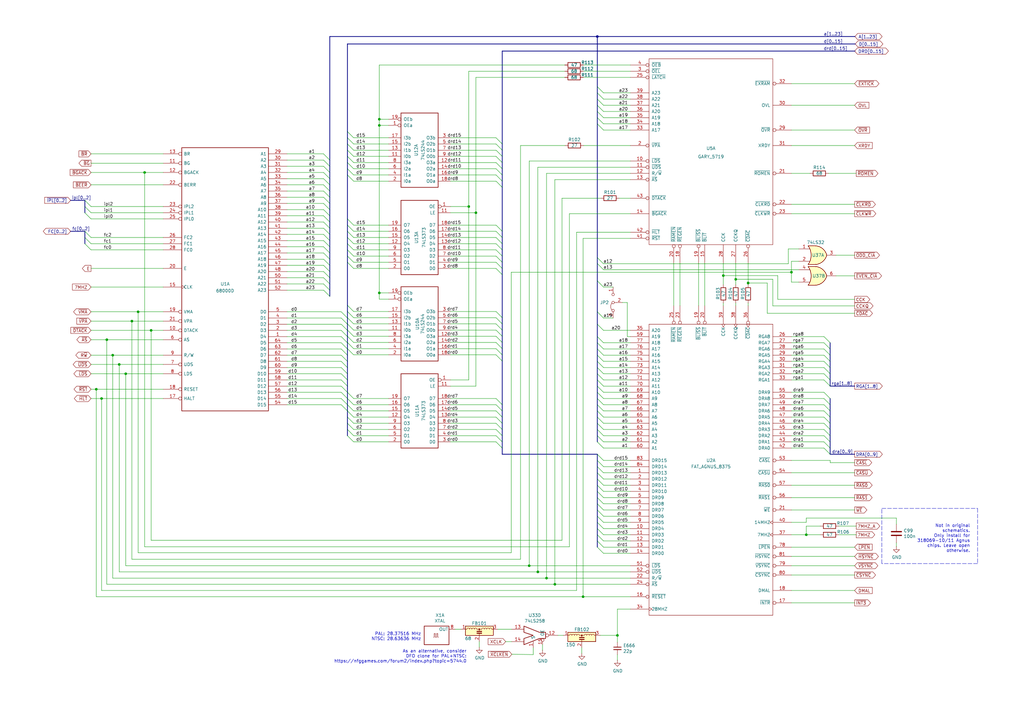
<source format=kicad_sch>
(kicad_sch (version 20250114) (generator "eeschema") (generator_version "9.0")
  (paper "A3")
  (title_block (title "Rämixx500") (date "2019-04-11") (rev "1") (company "SukkoPera") (comment 1 "PROCESSOR AND OTHER USEFUL COMPONENTS") (comment 2 "Derived from Commodore Schematic #312813, Rev. 1 - Sheet 2 of 10") (comment 4 "Licensed under CC BY-NC-SA 4.0"))
  (text "PAL: 28.37516 MHz\nNTSC: 28.63636 MHz" (at 172.72 262.89 0) (effects (font (size 1.27 1.27)) (justify right bottom)))
  (text "As an alternative, consider\nDFO clone for PAL+NTSC:\nhttps://nfggames.com/forum2/index.php?topic=5744.0" (at 191.389 272.034 0) (effects (font (size 1.27 1.27)) (justify right bottom)))
  (text "Not in original\nschematics.\nOnly install for\n318069-10/11 Agnus\nchips. Leave open\notherwise." (at 397.891 226.695 0) (effects (font (size 1.27 1.27)) (justify right bottom)))
  (junction (at 192.278 84.709))
  (junction (at 155.575 51.435))
  (junction (at 195.199 87.249))
  (junction (at 324.612 111.633))
  (junction (at 224.155 237.109))
  (junction (at 61.976 135.509))
  (junction (at 59.309 70.739))
  (junction (at 41.656 163.449))
  (junction (at 239.141 244.729))
  (junction (at 301.752 114.554))
  (junction (at 51.562 153.289))
  (junction (at 46.228 145.669))
  (junction (at 43.815 139.319))
  (junction (at 155.575 120.142))
  (junction (at 220.599 234.569))
  (junction (at 253.238 260.604))
  (junction (at 217.043 232.029))
  (junction (at 306.832 116.078))
  (junction (at 56.642 127.889))
  (junction (at 39.497 159.639))
  (junction (at 244.983 14.986))
  (junction (at 54.102 131.699))
  (junction (at 296.672 113.03))
  (junction (at 48.895 149.479))
  (junction (at 330.708 219.329))
  (junction (at 227.584 239.649))
  (junction (at 155.575 48.895))
  (bus_entry (at 139.954 138.049) (size 2.54 2.54))
  (bus_entry (at 337.947 143.129) (size 2.54 2.54))
  (bus_entry (at 203.454 71.755) (size 2.54 2.54))
  (bus_entry (at 142.494 125.222) (size 2.54 2.54))
  (bus_entry (at 142.494 130.302) (size 2.54 2.54))
  (bus_entry (at 244.983 171.069) (size 2.54 2.54))
  (bus_entry (at 203.454 110.109) (size 2.54 2.54))
  (bus_entry (at 132.715 93.599) (size 2.54 2.54))
  (bus_entry (at 203.454 107.569) (size 2.54 2.54))
  (bus_entry (at 203.454 61.595) (size 2.54 2.54))
  (bus_entry (at 244.983 115.189) (size 2.54 2.54))
  (bus_entry (at 203.454 145.542) (size 2.54 2.54))
  (bus_entry (at 337.947 140.589) (size 2.54 2.54))
  (bus_entry (at 132.715 96.139) (size 2.54 2.54))
  (bus_entry (at 142.494 69.215) (size 2.54 2.54))
  (bus_entry (at 244.983 48.26) (size 2.54 2.54))
  (bus_entry (at 139.954 148.209) (size 2.54 2.54))
  (bus_entry (at 203.454 132.842) (size 2.54 2.54))
  (bus_entry (at 142.494 99.949) (size 2.54 2.54))
  (bus_entry (at 244.983 132.969) (size 2.54 2.54))
  (bus_entry (at 244.983 204.089) (size 2.54 2.54))
  (bus_entry (at 142.494 168.529) (size 2.54 2.54))
  (bus_entry (at 132.715 88.519) (size 2.54 2.54))
  (bus_entry (at 139.954 153.289) (size 2.54 2.54))
  (bus_entry (at 139.954 158.369) (size 2.54 2.54))
  (bus_entry (at 142.494 94.869) (size 2.54 2.54))
  (bus_entry (at 203.454 165.989) (size 2.54 2.54))
  (bus_entry (at 244.983 148.209) (size 2.54 2.54))
  (bus_entry (at 142.494 140.462) (size 2.54 2.54))
  (bus_entry (at 34.798 84.709) (size 2.54 2.54))
  (bus_entry (at 132.715 98.679) (size 2.54 2.54))
  (bus_entry (at 244.983 186.309) (size 2.54 2.54))
  (bus_entry (at 244.983 176.149) (size 2.54 2.54))
  (bus_entry (at 244.983 35.56) (size 2.54 2.54))
  (bus_entry (at 244.983 40.64) (size 2.54 2.54))
  (bus_entry (at 203.454 173.609) (size 2.54 2.54))
  (bus_entry (at 244.983 108.077) (size 2.54 2.54))
  (bus_entry (at 142.494 105.029) (size 2.54 2.54))
  (bus_entry (at 132.715 118.999) (size 2.54 2.54))
  (bus_entry (at 132.715 78.359) (size 2.54 2.54))
  (bus_entry (at 142.494 165.989) (size 2.54 2.54))
  (bus_entry (at 142.494 92.329) (size 2.54 2.54))
  (bus_entry (at 203.454 102.489) (size 2.54 2.54))
  (bus_entry (at 142.494 89.789) (size 2.54 2.54))
  (bus_entry (at 142.494 53.975) (size 2.54 2.54))
  (bus_entry (at 203.454 163.449) (size 2.54 2.54))
  (bus_entry (at 244.983 206.629) (size 2.54 2.54))
  (bus_entry (at 203.454 178.689) (size 2.54 2.54))
  (bus_entry (at 244.983 143.129) (size 2.54 2.54))
  (bus_entry (at 34.798 99.949) (size 2.54 2.54))
  (bus_entry (at 132.715 85.979) (size 2.54 2.54))
  (bus_entry (at 139.954 155.829) (size 2.54 2.54))
  (bus_entry (at 244.983 199.009) (size 2.54 2.54))
  (bus_entry (at 337.947 165.989) (size 2.54 2.54))
  (bus_entry (at 244.983 150.749) (size 2.54 2.54))
  (bus_entry (at 203.454 140.462) (size 2.54 2.54))
  (bus_entry (at 203.454 105.029) (size 2.54 2.54))
  (bus_entry (at 142.494 59.055) (size 2.54 2.54))
  (bus_entry (at 337.947 145.669) (size 2.54 2.54))
  (bus_entry (at 244.983 163.449) (size 2.54 2.54))
  (bus_entry (at 244.983 196.469) (size 2.54 2.54))
  (bus_entry (at 337.947 160.909) (size 2.54 2.54))
  (bus_entry (at 244.983 138.049) (size 2.54 2.54))
  (bus_entry (at 203.454 92.329) (size 2.54 2.54))
  (bus_entry (at 203.454 130.302) (size 2.54 2.54))
  (bus_entry (at 142.494 137.922) (size 2.54 2.54))
  (bus_entry (at 142.494 163.449) (size 2.54 2.54))
  (bus_entry (at 203.454 176.149) (size 2.54 2.54))
  (bus_entry (at 203.454 99.949) (size 2.54 2.54))
  (bus_entry (at 244.983 153.289) (size 2.54 2.54))
  (bus_entry (at 337.947 153.289) (size 2.54 2.54))
  (bus_entry (at 142.494 102.489) (size 2.54 2.54))
  (bus_entry (at 142.494 173.609) (size 2.54 2.54))
  (bus_entry (at 337.947 183.769) (size 2.54 2.54))
  (bus_entry (at 203.454 181.229) (size 2.54 2.54))
  (bus_entry (at 142.494 97.409) (size 2.54 2.54))
  (bus_entry (at 337.947 171.069) (size 2.54 2.54))
  (bus_entry (at 132.715 116.459) (size 2.54 2.54))
  (bus_entry (at 244.983 219.329) (size 2.54 2.54))
  (bus_entry (at 142.494 66.675) (size 2.54 2.54))
  (bus_entry (at 203.454 168.529) (size 2.54 2.54))
  (bus_entry (at 132.715 73.279) (size 2.54 2.54))
  (bus_entry (at 142.494 135.382) (size 2.54 2.54))
  (bus_entry (at 244.983 168.529) (size 2.54 2.54))
  (bus_entry (at 244.983 214.249) (size 2.54 2.54))
  (bus_entry (at 139.954 145.669) (size 2.54 2.54))
  (bus_entry (at 244.983 181.229) (size 2.54 2.54))
  (bus_entry (at 132.715 113.919) (size 2.54 2.54))
  (bus_entry (at 34.798 87.249) (size 2.54 2.54))
  (bus_entry (at 337.947 148.209) (size 2.54 2.54))
  (bus_entry (at 244.983 221.869) (size 2.54 2.54))
  (bus_entry (at 142.494 127.762) (size 2.54 2.54))
  (bus_entry (at 244.983 191.389) (size 2.54 2.54))
  (bus_entry (at 139.954 160.909) (size 2.54 2.54))
  (bus_entry (at 142.494 61.595) (size 2.54 2.54))
  (bus_entry (at 139.954 163.449) (size 2.54 2.54))
  (bus_entry (at 244.983 155.829) (size 2.54 2.54))
  (bus_entry (at 132.715 65.659) (size 2.54 2.54))
  (bus_entry (at 244.983 224.409) (size 2.54 2.54))
  (bus_entry (at 132.715 63.119) (size 2.54 2.54))
  (bus_entry (at 337.947 138.049) (size 2.54 2.54))
  (bus_entry (at 142.494 56.515) (size 2.54 2.54))
  (bus_entry (at 244.983 178.689) (size 2.54 2.54))
  (bus_entry (at 139.954 130.429) (size 2.54 2.54))
  (bus_entry (at 142.494 143.002) (size 2.54 2.54))
  (bus_entry (at 142.494 160.909) (size 2.54 2.54))
  (bus_entry (at 337.947 163.449) (size 2.54 2.54))
  (bus_entry (at 337.947 181.229) (size 2.54 2.54))
  (bus_entry (at 203.454 56.515) (size 2.54 2.54))
  (bus_entry (at 142.494 71.755) (size 2.54 2.54))
  (bus_entry (at 139.954 150.749) (size 2.54 2.54))
  (bus_entry (at 203.454 135.382) (size 2.54 2.54))
  (bus_entry (at 139.954 165.989) (size 2.54 2.54))
  (bus_entry (at 244.983 211.709) (size 2.54 2.54))
  (bus_entry (at 203.454 59.055) (size 2.54 2.54))
  (bus_entry (at 142.494 64.135) (size 2.54 2.54))
  (bus_entry (at 203.454 66.675) (size 2.54 2.54))
  (bus_entry (at 132.715 103.759) (size 2.54 2.54))
  (bus_entry (at 337.947 155.829) (size 2.54 2.54))
  (bus_entry (at 132.715 108.839) (size 2.54 2.54))
  (bus_entry (at 203.454 69.215) (size 2.54 2.54))
  (bus_entry (at 142.494 171.069) (size 2.54 2.54))
  (bus_entry (at 203.454 137.922) (size 2.54 2.54))
  (bus_entry (at 244.983 160.909) (size 2.54 2.54))
  (bus_entry (at 139.954 135.509) (size 2.54 2.54))
  (bus_entry (at 142.494 107.569) (size 2.54 2.54))
  (bus_entry (at 203.454 94.869) (size 2.54 2.54))
  (bus_entry (at 203.454 74.295) (size 2.54 2.54))
  (bus_entry (at 203.454 171.069) (size 2.54 2.54))
  (bus_entry (at 244.983 45.72) (size 2.54 2.54))
  (bus_entry (at 132.715 83.439) (size 2.54 2.54))
  (bus_entry (at 34.798 94.869) (size 2.54 2.54))
  (bus_entry (at 142.494 176.149) (size 2.54 2.54))
  (bus_entry (at 244.983 201.549) (size 2.54 2.54))
  (bus_entry (at 203.454 64.135) (size 2.54 2.54))
  (bus_entry (at 244.983 140.589) (size 2.54 2.54))
  (bus_entry (at 244.983 38.1) (size 2.54 2.54))
  (bus_entry (at 244.983 127.889) (size 2.54 2.54))
  (bus_entry (at 132.715 91.059) (size 2.54 2.54))
  (bus_entry (at 139.954 132.969) (size 2.54 2.54))
  (bus_entry (at 244.983 43.18) (size 2.54 2.54))
  (bus_entry (at 337.947 150.749) (size 2.54 2.54))
  (bus_entry (at 244.983 193.929) (size 2.54 2.54))
  (bus_entry (at 139.954 127.889) (size 2.54 2.54))
  (bus_entry (at 132.715 68.199) (size 2.54 2.54))
  (bus_entry (at 244.983 165.989) (size 2.54 2.54))
  (bus_entry (at 203.454 127.762) (size 2.54 2.54))
  (bus_entry (at 337.947 173.609) (size 2.54 2.54))
  (bus_entry (at 244.983 105.664) (size 2.54 2.54))
  (bus_entry (at 132.715 106.299) (size 2.54 2.54))
  (bus_entry (at 132.715 75.819) (size 2.54 2.54))
  (bus_entry (at 337.947 168.529) (size 2.54 2.54))
  (bus_entry (at 244.983 173.609) (size 2.54 2.54))
  (bus_entry (at 139.954 140.589) (size 2.54 2.54))
  (bus_entry (at 132.715 80.899) (size 2.54 2.54))
  (bus_entry (at 34.798 97.409) (size 2.54 2.54))
  (bus_entry (at 337.947 176.149) (size 2.54 2.54))
  (bus_entry (at 244.983 209.169) (size 2.54 2.54))
  (bus_entry (at 244.983 188.849) (size 2.54 2.54))
  (bus_entry (at 244.983 158.369) (size 2.54 2.54))
  (bus_entry (at 142.494 178.689) (size 2.54 2.54))
  (bus_entry (at 132.715 111.379) (size 2.54 2.54))
  (bus_entry (at 203.454 143.002) (size 2.54 2.54))
  (bus_entry (at 34.798 82.169) (size 2.54 2.54))
  (bus_entry (at 244.983 145.669) (size 2.54 2.54))
  (bus_entry (at 132.715 101.219) (size 2.54 2.54))
  (bus_entry (at 244.983 50.8) (size 2.54 2.54))
  (bus_entry (at 139.954 143.129) (size 2.54 2.54))
  (bus_entry (at 203.454 97.409) (size 2.54 2.54))
  (bus_entry (at 132.715 70.739) (size 2.54 2.54))
  (bus_entry (at 142.494 132.842) (size 2.54 2.54))
  (bus_entry (at 337.947 178.689) (size 2.54 2.54))
  (bus_entry (at 244.983 216.789) (size 2.54 2.54))
  (wire (pts (xy 236.474 95.25) (xy 236.474 242.189)))
  (bus (pts (xy 205.994 130.302) (xy 205.994 132.842)))
  (wire (pts (xy 184.785 127.762) (xy 203.454 127.762)))
  (wire (pts (xy 117.729 150.749) (xy 139.954 150.749)))
  (bus (pts (xy 244.983 14.986) (xy 350.647 14.986)))
  (bus (pts (xy 142.494 137.922) (xy 142.494 138.049)))
  (bus (pts (xy 135.255 68.199) (xy 135.255 70.739)))
  (wire (pts (xy 324.612 53.34) (xy 350.52 53.34)))
  (wire (pts (xy 258.572 171.069) (xy 247.523 171.069)))
  (wire (pts (xy 209.804 258.064) (xy 204.216 258.064)))
  (wire (pts (xy 296.672 124.333) (xy 296.672 125.349)))
  (bus (pts (xy 135.255 118.999) (xy 135.255 121.539)))
  (bus (pts (xy 142.494 69.215) (xy 142.494 71.755)))
  (bus (pts (xy 205.994 71.755) (xy 205.994 74.295)))
  (wire (pts (xy 145.034 94.869) (xy 159.385 94.869)))
  (wire (pts (xy 306.832 124.333) (xy 306.832 125.349)))
  (wire (pts (xy 145.034 74.295) (xy 159.385 74.295)))
  (bus (pts (xy 340.487 176.149) (xy 340.487 178.689)))
  (wire (pts (xy 330.708 214.249) (xy 330.708 212.471)))
  (wire (pts (xy 66.929 159.639) (xy 39.497 159.639)))
  (wire (pts (xy 117.729 75.819) (xy 132.715 75.819)))
  (wire (pts (xy 56.642 127.889) (xy 37.338 127.889)))
  (wire (pts (xy 54.102 229.362) (xy 54.102 131.699)))
  (wire (pts (xy 195.199 31.75) (xy 195.199 87.249)))
  (bus (pts (xy 142.494 176.149) (xy 142.494 178.689)))
  (wire (pts (xy 224.155 237.109) (xy 258.572 237.109)))
  (wire (pts (xy 184.785 165.989) (xy 203.454 165.989)))
  (wire (pts (xy 342.9 104.648) (xy 350.52 104.648)))
  (wire (pts (xy 145.034 181.229) (xy 159.385 181.229)))
  (wire (pts (xy 48.895 234.569) (xy 48.895 149.479)))
  (bus (pts (xy 142.494 61.595) (xy 142.494 64.135)))
  (wire (pts (xy 117.729 148.209) (xy 139.954 148.209)))
  (wire (pts (xy 253.238 263.398) (xy 253.238 260.604)))
  (wire (pts (xy 117.729 83.439) (xy 132.715 83.439)))
  (wire (pts (xy 66.929 102.489) (xy 37.338 102.489)))
  (wire (pts (xy 145.034 102.489) (xy 159.385 102.489)))
  (wire (pts (xy 155.575 120.142) (xy 155.575 51.435)))
  (wire (pts (xy 258.572 148.209) (xy 247.523 148.209)))
  (wire (pts (xy 258.572 153.289) (xy 247.523 153.289)))
  (wire (pts (xy 258.572 209.169) (xy 247.523 209.169)))
  (bus (pts (xy 205.994 145.542) (xy 205.994 148.082)))
  (wire (pts (xy 145.034 173.609) (xy 159.385 173.609)))
  (wire (pts (xy 184.785 143.002) (xy 203.454 143.002)))
  (wire (pts (xy 344.043 215.773) (xy 351.155 215.773)))
  (bus (pts (xy 142.494 130.429) (xy 142.494 132.842)))
  (bus (pts (xy 244.983 176.149) (xy 244.983 178.689)))
  (wire (pts (xy 324.612 145.669) (xy 337.947 145.669)))
  (wire (pts (xy 66.929 163.449) (xy 41.656 163.449)))
  (wire (pts (xy 117.729 153.289) (xy 139.954 153.289)))
  (wire (pts (xy 258.572 193.929) (xy 247.523 193.929)))
  (wire (pts (xy 258.572 176.149) (xy 247.523 176.149)))
  (wire (pts (xy 258.572 188.849) (xy 247.523 188.849)))
  (wire (pts (xy 258.572 211.709) (xy 247.523 211.709)))
  (bus (pts (xy 135.255 108.839) (xy 135.255 111.379)))
  (wire (pts (xy 66.929 135.509) (xy 61.976 135.509)))
  (bus (pts (xy 135.255 80.899) (xy 135.255 83.439)))
  (bus (pts (xy 244.983 188.849) (xy 244.983 191.389)))
  (bus (pts (xy 244.983 155.829) (xy 244.983 158.369)))
  (wire (pts (xy 117.729 78.359) (xy 132.715 78.359)))
  (wire (pts (xy 239.395 59.69) (xy 258.572 59.69)))
  (bus (pts (xy 244.983 153.289) (xy 244.983 155.829)))
  (bus (pts (xy 244.983 148.209) (xy 244.983 150.749)))
  (wire (pts (xy 54.102 131.699) (xy 37.338 131.699)))
  (bus (pts (xy 205.994 140.462) (xy 205.994 143.002)))
  (wire (pts (xy 117.729 116.459) (xy 132.715 116.459)))
  (bus (pts (xy 34.798 82.169) (xy 28.956 82.169)))
  (wire (pts (xy 324.612 199.009) (xy 350.52 199.009)))
  (wire (pts (xy 258.572 168.529) (xy 247.523 168.529)))
  (bus (pts (xy 34.798 82.169) (xy 34.798 84.709)))
  (wire (pts (xy 184.785 145.542) (xy 203.454 145.542)))
  (bus (pts (xy 205.994 110.109) (xy 205.994 112.649)))
  (bus (pts (xy 34.798 94.869) (xy 28.956 94.869)))
  (wire (pts (xy 324.612 178.689) (xy 337.947 178.689)))
  (wire (pts (xy 192.278 29.21) (xy 231.648 29.21)))
  (bus (pts (xy 340.487 150.749) (xy 340.487 153.289)))
  (wire (pts (xy 253.238 260.604) (xy 253.238 249.809)))
  (wire (pts (xy 258.572 206.629) (xy 247.523 206.629)))
  (wire (pts (xy 220.599 234.569) (xy 220.599 68.58)))
  (wire (pts (xy 330.708 212.471) (xy 367.665 212.471)))
  (bus (pts (xy 205.994 176.149) (xy 205.994 178.689)))
  (wire (pts (xy 39.497 159.639) (xy 37.338 159.639)))
  (wire (pts (xy 258.572 160.909) (xy 247.523 160.909)))
  (wire (pts (xy 184.785 97.409) (xy 203.454 97.409)))
  (bus (pts (xy 142.494 148.209) (xy 142.494 150.749)))
  (bus (pts (xy 142.494 18.034) (xy 350.774 18.034)))
  (wire (pts (xy 145.034 64.135) (xy 159.385 64.135)))
  (bus (pts (xy 135.255 93.599) (xy 135.255 96.139)))
  (wire (pts (xy 61.976 221.615) (xy 61.976 135.509)))
  (wire (pts (xy 66.929 145.669) (xy 46.228 145.669)))
  (wire (pts (xy 117.729 132.969) (xy 139.954 132.969)))
  (bus (pts (xy 135.255 65.659) (xy 135.255 68.199)))
  (wire (pts (xy 258.572 219.329) (xy 247.523 219.329)))
  (bus (pts (xy 135.255 83.439) (xy 135.255 85.979)))
  (wire (pts (xy 255.27 124.079) (xy 257.302 124.079)))
  (bus (pts (xy 205.994 112.649) (xy 205.994 130.302)))
  (wire (pts (xy 257.302 124.079) (xy 257.302 138.049)))
  (wire (pts (xy 339.852 71.12) (xy 351.155 71.12)))
  (wire (pts (xy 217.043 232.029) (xy 51.562 232.029)))
  (bus (pts (xy 244.983 40.64) (xy 244.983 43.18)))
  (wire (pts (xy 184.785 178.689) (xy 203.454 178.689)))
  (wire (pts (xy 209.677 226.695) (xy 56.642 226.695)))
  (wire (pts (xy 239.141 97.79) (xy 239.141 244.729)))
  (bus (pts (xy 244.983 43.18) (xy 244.983 45.72)))
  (bus (pts (xy 205.994 165.989) (xy 205.994 168.529)))
  (wire (pts (xy 159.385 48.895) (xy 155.575 48.895)))
  (wire (pts (xy 145.034 69.215) (xy 159.385 69.215)))
  (wire (pts (xy 117.729 163.449) (xy 139.954 163.449)))
  (wire (pts (xy 117.729 88.519) (xy 132.715 88.519)))
  (bus (pts (xy 205.994 66.675) (xy 205.994 69.215)))
  (wire (pts (xy 145.034 56.515) (xy 159.385 56.515)))
  (wire (pts (xy 184.785 74.295) (xy 203.454 74.295)))
  (wire (pts (xy 145.034 137.922) (xy 159.385 137.922)))
  (bus (pts (xy 135.255 70.739) (xy 135.255 73.279)))
  (wire (pts (xy 66.929 117.729) (xy 37.338 117.729)))
  (bus (pts (xy 244.983 168.529) (xy 244.983 171.069)))
  (bus (pts (xy 205.994 20.955) (xy 350.647 20.955)))
  (wire (pts (xy 258.572 45.72) (xy 247.523 45.72)))
  (wire (pts (xy 258.572 145.669) (xy 247.523 145.669)))
  (bus (pts (xy 205.994 102.489) (xy 205.994 105.029)))
  (wire (pts (xy 350.52 189.738) (xy 340.487 189.738)))
  (wire (pts (xy 209.804 263.144) (xy 207.391 263.144)))
  (wire (pts (xy 258.572 38.1) (xy 247.523 38.1)))
  (bus (pts (xy 142.494 127.762) (xy 142.494 130.302)))
  (wire (pts (xy 247.523 130.429) (xy 251.46 130.429)))
  (wire (pts (xy 184.785 94.869) (xy 203.454 94.869)))
  (bus (pts (xy 244.983 221.869) (xy 244.983 224.409)))
  (wire (pts (xy 324.612 242.189) (xy 350.52 242.189)))
  (wire (pts (xy 117.729 143.129) (xy 139.954 143.129)))
  (bus (pts (xy 142.494 107.569) (xy 142.494 125.222)))
  (bus (pts (xy 340.487 158.369) (xy 350.52 158.369)))
  (wire (pts (xy 66.929 84.709) (xy 37.338 84.709)))
  (bus (pts (xy 340.487 171.069) (xy 340.487 173.609)))
  (wire (pts (xy 184.785 173.609) (xy 203.454 173.609)))
  (wire (pts (xy 220.599 68.58) (xy 258.572 68.58)))
  (wire (pts (xy 117.729 145.669) (xy 139.954 145.669)))
  (wire (pts (xy 145.034 140.462) (xy 159.385 140.462)))
  (wire (pts (xy 51.562 232.029) (xy 51.562 153.289)))
  (wire (pts (xy 324.612 214.249) (xy 330.708 214.249)))
  (bus (pts (xy 244.983 199.009) (xy 244.983 201.549)))
  (bus (pts (xy 205.994 168.529) (xy 205.994 171.069)))
  (wire (pts (xy 117.729 135.509) (xy 139.954 135.509)))
  (wire (pts (xy 117.729 93.599) (xy 132.715 93.599)))
  (bus (pts (xy 34.798 94.869) (xy 34.798 97.409)))
  (wire (pts (xy 184.785 137.922) (xy 203.454 137.922)))
  (wire (pts (xy 228.854 260.604) (xy 231.013 260.604)))
  (wire (pts (xy 258.572 48.26) (xy 247.523 48.26)))
  (bus (pts (xy 340.487 173.609) (xy 340.487 176.149)))
  (bus (pts (xy 244.983 14.986) (xy 135.255 14.986)))
  (wire (pts (xy 213.487 229.362) (xy 54.102 229.362)))
  (wire (pts (xy 66.929 63.119) (xy 37.338 63.119)))
  (polyline (pts (xy 400.939 231.14) (xy 361.696 231.14)) (stroke (width 0) (type dash)))
  (wire (pts (xy 324.612 140.589) (xy 337.947 140.589)))
  (bus (pts (xy 142.494 171.069) (xy 142.494 173.609)))
  (wire (pts (xy 258.572 140.589) (xy 247.523 140.589)))
  (bus (pts (xy 142.494 160.909) (xy 142.494 163.449)))
  (wire (pts (xy 184.785 132.842) (xy 203.454 132.842)))
  (bus (pts (xy 340.487 143.129) (xy 340.487 145.669)))
  (wire (pts (xy 296.672 107.95) (xy 296.672 113.03)))
  (bus (pts (xy 142.494 66.675) (xy 142.494 69.215)))
  (wire (pts (xy 213.487 59.69) (xy 231.775 59.69)))
  (bus (pts (xy 135.255 88.519) (xy 135.255 91.059)))
  (wire (pts (xy 258.572 181.229) (xy 247.523 181.229)))
  (wire (pts (xy 301.752 114.554) (xy 316.992 114.554)))
  (bus (pts (xy 244.983 143.129) (xy 244.983 145.669)))
  (wire (pts (xy 324.612 235.839) (xy 350.52 235.839)))
  (bus (pts (xy 244.983 201.549) (xy 244.983 204.089)))
  (bus (pts (xy 205.994 107.569) (xy 205.994 110.109)))
  (wire (pts (xy 117.729 127.889) (xy 139.954 127.889)))
  (bus (pts (xy 340.487 145.669) (xy 340.487 148.209)))
  (wire (pts (xy 324.612 176.149) (xy 337.947 176.149)))
  (wire (pts (xy 117.729 113.919) (xy 132.715 113.919)))
  (wire (pts (xy 145.034 59.055) (xy 159.385 59.055)))
  (bus (pts (xy 244.983 178.689) (xy 244.983 181.229)))
  (wire (pts (xy 184.785 102.489) (xy 203.454 102.489)))
  (wire (pts (xy 184.785 64.135) (xy 203.454 64.135)))
  (wire (pts (xy 247.523 108.204) (xy 323.342 108.204)))
  (bus (pts (xy 244.983 145.669) (xy 244.983 148.209)))
  (bus (pts (xy 244.983 214.249) (xy 244.983 216.789)))
  (wire (pts (xy 258.572 239.649) (xy 227.584 239.649)))
  (wire (pts (xy 324.612 43.18) (xy 350.52 43.18)))
  (wire (pts (xy 258.572 199.009) (xy 247.523 199.009)))
  (wire (pts (xy 258.572 50.8) (xy 247.523 50.8)))
  (bus (pts (xy 244.983 132.969) (xy 244.983 138.049)))
  (wire (pts (xy 145.034 145.542) (xy 159.385 145.542)))
  (wire (pts (xy 184.785 140.462) (xy 203.454 140.462)))
  (polyline (pts (xy 400.939 208.534) (xy 400.939 231.14)) (stroke (width 0) (type dash)))
  (wire (pts (xy 306.832 107.95) (xy 306.832 116.078)))
  (bus (pts (xy 142.494 132.842) (xy 142.494 132.969)))
  (bus (pts (xy 142.494 155.829) (xy 142.494 158.369)))
  (wire (pts (xy 155.575 122.682) (xy 155.575 120.142)))
  (bus (pts (xy 142.494 173.609) (xy 142.494 176.149)))
  (wire (pts (xy 258.572 66.04) (xy 217.043 66.04)))
  (wire (pts (xy 145.034 127.762) (xy 159.385 127.762)))
  (wire (pts (xy 145.034 130.302) (xy 159.385 130.302)))
  (wire (pts (xy 184.785 181.229) (xy 203.454 181.229)))
  (wire (pts (xy 117.729 65.659) (xy 132.715 65.659)))
  (wire (pts (xy 258.572 196.469) (xy 247.523 196.469)))
  (bus (pts (xy 135.255 98.679) (xy 135.255 101.219)))
  (wire (pts (xy 227.584 239.649) (xy 227.584 73.66)))
  (wire (pts (xy 258.572 214.249) (xy 247.523 214.249)))
  (bus (pts (xy 244.983 48.26) (xy 244.983 50.8)))
  (wire (pts (xy 257.302 138.049) (xy 258.572 138.049)))
  (bus (pts (xy 244.983 35.56) (xy 244.983 38.1)))
  (wire (pts (xy 316.992 125.476) (xy 350.52 125.476)))
  (wire (pts (xy 145.034 135.382) (xy 159.385 135.382)))
  (bus (pts (xy 244.983 211.709) (xy 244.983 214.249)))
  (bus (pts (xy 135.255 91.059) (xy 135.255 93.599)))
  (bus (pts (xy 244.983 163.449) (xy 244.983 165.989)))
  (bus (pts (xy 244.983 165.989) (xy 244.983 168.529)))
  (wire (pts (xy 184.785 158.369) (xy 195.199 158.369)))
  (wire (pts (xy 66.929 131.699) (xy 54.102 131.699)))
  (wire (pts (xy 48.895 149.479) (xy 37.338 149.479)))
  (wire (pts (xy 258.572 216.789) (xy 247.523 216.789)))
  (wire (pts (xy 184.785 56.515) (xy 203.454 56.515)))
  (wire (pts (xy 66.929 89.789) (xy 37.338 89.789)))
  (wire (pts (xy 66.929 66.929) (xy 37.338 66.929)))
  (wire (pts (xy 145.034 168.529) (xy 159.385 168.529)))
  (bus (pts (xy 205.994 64.135) (xy 205.994 66.675)))
  (wire (pts (xy 66.929 149.479) (xy 48.895 149.479)))
  (wire (pts (xy 330.708 219.329) (xy 330.708 215.773)))
  (bus (pts (xy 142.494 71.755) (xy 142.494 89.789)))
  (wire (pts (xy 230.505 81.28) (xy 246.38 81.28)))
  (wire (pts (xy 231.648 31.75) (xy 195.199 31.75)))
  (wire (pts (xy 218.694 268.478) (xy 218.694 265.684)))
  (bus (pts (xy 142.494 150.749) (xy 142.494 153.289)))
  (wire (pts (xy 46.228 237.109) (xy 46.228 145.669)))
  (wire (pts (xy 258.572 97.79) (xy 239.141 97.79)))
  (bus (pts (xy 244.983 105.664) (xy 244.983 108.077)))
  (wire (pts (xy 117.729 70.739) (xy 132.715 70.739)))
  (wire (pts (xy 330.708 219.329) (xy 336.423 219.329)))
  (bus (pts (xy 142.494 102.489) (xy 142.494 105.029)))
  (wire (pts (xy 276.352 125.349) (xy 276.352 107.95)))
  (bus (pts (xy 340.487 165.989) (xy 340.487 168.529)))
  (wire (pts (xy 117.729 130.429) (xy 139.954 130.429)))
  (bus (pts (xy 135.255 75.819) (xy 135.255 78.359)))
  (wire (pts (xy 145.034 105.029) (xy 159.385 105.029)))
  (bus (pts (xy 244.983 216.789) (xy 244.983 219.329)))
  (wire (pts (xy 258.572 135.509) (xy 247.523 135.509)))
  (bus (pts (xy 142.494 97.409) (xy 142.494 99.949)))
  (wire (pts (xy 66.929 70.739) (xy 59.309 70.739)))
  (wire (pts (xy 145.034 107.569) (xy 159.385 107.569)))
  (wire (pts (xy 258.572 155.829) (xy 247.523 155.829)))
  (bus (pts (xy 205.994 183.769) (xy 205.994 186.309)))
  (wire (pts (xy 145.034 171.069) (xy 159.385 171.069)))
  (wire (pts (xy 43.815 239.649) (xy 43.815 139.319)))
  (bus (pts (xy 142.494 135.382) (xy 142.494 135.509)))
  (wire (pts (xy 258.572 221.869) (xy 247.523 221.869)))
  (wire (pts (xy 324.612 188.849) (xy 340.487 188.849)))
  (wire (pts (xy 258.572 183.769) (xy 247.523 183.769)))
  (wire (pts (xy 324.612 107.188) (xy 324.612 111.633)))
  (bus (pts (xy 205.994 59.055) (xy 205.994 61.595)))
  (wire (pts (xy 246.253 260.604) (xy 253.238 260.604)))
  (wire (pts (xy 145.034 92.329) (xy 159.385 92.329)))
  (wire (pts (xy 278.892 107.95) (xy 278.892 125.349)))
  (wire (pts (xy 324.612 224.409) (xy 350.52 224.409)))
  (bus (pts (xy 244.983 160.909) (xy 244.983 163.449)))
  (wire (pts (xy 324.612 193.929) (xy 350.52 193.929)))
  (bus (pts (xy 142.494 138.049) (xy 142.494 140.462)))
  (wire (pts (xy 324.612 115.697) (xy 327.66 115.697)))
  (wire (pts (xy 159.385 120.142) (xy 155.575 120.142)))
  (wire (pts (xy 195.199 87.249) (xy 184.785 87.249)))
  (wire (pts (xy 159.385 122.682) (xy 155.575 122.682)))
  (bus (pts (xy 142.494 56.515) (xy 142.494 59.055)))
  (bus (pts (xy 142.494 53.975) (xy 142.494 56.515)))
  (bus (pts (xy 135.255 101.219) (xy 135.255 103.759)))
  (bus (pts (xy 205.994 181.229) (xy 205.994 183.769)))
  (bus (pts (xy 205.994 105.029) (xy 205.994 107.569)))
  (bus (pts (xy 244.983 115.189) (xy 244.983 127.889)))
  (wire (pts (xy 324.612 160.909) (xy 337.947 160.909)))
  (bus (pts (xy 205.994 69.215) (xy 205.994 71.755)))
  (wire (pts (xy 155.575 26.67) (xy 231.648 26.67)))
  (wire (pts (xy 224.155 71.12) (xy 224.155 237.109)))
  (wire (pts (xy 323.342 102.108) (xy 323.342 108.204)))
  (bus (pts (xy 135.255 85.979) (xy 135.255 88.519)))
  (wire (pts (xy 145.034 178.689) (xy 159.385 178.689)))
  (bus (pts (xy 142.494 130.302) (xy 142.494 130.429)))
  (wire (pts (xy 324.612 71.12) (xy 332.232 71.12)))
  (bus (pts (xy 205.994 173.609) (xy 205.994 176.149)))
  (wire (pts (xy 316.992 114.554) (xy 316.992 125.476)))
  (wire (pts (xy 117.729 68.199) (xy 132.715 68.199)))
  (wire (pts (xy 324.612 111.633) (xy 324.612 115.697)))
  (wire (pts (xy 258.572 178.689) (xy 247.523 178.689)))
  (bus (pts (xy 340.487 181.229) (xy 340.487 183.769)))
  (bus (pts (xy 244.983 140.589) (xy 244.983 143.129)))
  (wire (pts (xy 117.729 101.219) (xy 132.715 101.219)))
  (wire (pts (xy 301.752 124.333) (xy 301.752 125.349)))
  (bus (pts (xy 340.487 178.689) (xy 340.487 181.229)))
  (wire (pts (xy 66.929 127.889) (xy 56.642 127.889)))
  (wire (pts (xy 324.612 204.089) (xy 350.52 204.089)))
  (wire (pts (xy 220.599 234.569) (xy 48.895 234.569)))
  (wire (pts (xy 41.656 242.189) (xy 236.474 242.189)))
  (wire (pts (xy 258.572 26.67) (xy 239.268 26.67)))
  (bus (pts (xy 244.983 14.986) (xy 244.983 35.56)))
  (wire (pts (xy 258.572 165.989) (xy 247.523 165.989)))
  (wire (pts (xy 217.043 232.029) (xy 258.572 232.029)))
  (wire (pts (xy 184.785 168.529) (xy 203.454 168.529)))
  (wire (pts (xy 258.572 29.21) (xy 239.268 29.21)))
  (wire (pts (xy 222.504 264.414) (xy 222.504 266.7)))
  (bus (pts (xy 205.994 178.689) (xy 205.994 181.229)))
  (wire (pts (xy 117.729 108.839) (xy 132.715 108.839)))
  (bus (pts (xy 142.494 153.289) (xy 142.494 155.829)))
  (wire (pts (xy 192.278 84.709) (xy 192.278 29.21)))
  (wire (pts (xy 59.309 70.739) (xy 37.338 70.739)))
  (wire (pts (xy 145.034 71.755) (xy 159.385 71.755)))
  (wire (pts (xy 324.612 59.69) (xy 350.52 59.69)))
  (bus (pts (xy 244.983 186.309) (xy 244.983 188.849)))
  (wire (pts (xy 46.228 145.669) (xy 37.338 145.669)))
  (wire (pts (xy 184.785 71.755) (xy 203.454 71.755)))
  (wire (pts (xy 258.572 224.409) (xy 247.523 224.409)))
  (wire (pts (xy 155.575 51.435) (xy 159.385 51.435)))
  (wire (pts (xy 233.553 87.63) (xy 233.553 224.282)))
  (bus (pts (xy 205.994 135.382) (xy 205.994 137.922)))
  (bus (pts (xy 135.255 78.359) (xy 135.255 80.899)))
  (bus (pts (xy 142.494 92.329) (xy 142.494 94.869)))
  (wire (pts (xy 145.034 165.989) (xy 159.385 165.989)))
  (wire (pts (xy 344.043 219.329) (xy 351.155 219.329)))
  (wire (pts (xy 66.929 97.409) (xy 37.338 97.409)))
  (wire (pts (xy 350.52 122.809) (xy 319.024 122.809)))
  (bus (pts (xy 340.487 155.829) (xy 340.487 158.369)))
  (wire (pts (xy 145.034 66.675) (xy 159.385 66.675)))
  (bus (pts (xy 244.983 171.069) (xy 244.983 173.609)))
  (bus (pts (xy 205.994 143.002) (xy 205.994 145.542)))
  (wire (pts (xy 253.238 249.809) (xy 258.572 249.809)))
  (wire (pts (xy 184.785 135.382) (xy 203.454 135.382)))
  (wire (pts (xy 184.785 176.149) (xy 203.454 176.149)))
  (wire (pts (xy 66.929 139.319) (xy 43.815 139.319)))
  (bus (pts (xy 142.494 163.449) (xy 142.494 165.989)))
  (wire (pts (xy 258.572 226.949) (xy 247.523 226.949)))
  (wire (pts (xy 117.729 158.369) (xy 139.954 158.369)))
  (wire (pts (xy 239.141 244.729) (xy 39.497 244.729)))
  (bus (pts (xy 340.487 168.529) (xy 340.487 171.069)))
  (bus (pts (xy 142.494 145.669) (xy 142.494 148.209)))
  (wire (pts (xy 253.238 268.478) (xy 253.238 270.764)))
  (wire (pts (xy 195.199 87.249) (xy 195.199 158.369)))
  (wire (pts (xy 324.612 34.29) (xy 350.52 34.29)))
  (bus (pts (xy 205.994 137.922) (xy 205.994 140.462)))
  (wire (pts (xy 258.572 201.549) (xy 247.523 201.549)))
  (wire (pts (xy 66.929 110.109) (xy 37.338 110.109)))
  (wire (pts (xy 324.612 168.529) (xy 337.947 168.529)))
  (wire (pts (xy 342.9 113.157) (xy 350.52 113.157)))
  (wire (pts (xy 258.572 95.25) (xy 236.474 95.25)))
  (wire (pts (xy 324.612 183.769) (xy 337.947 183.769)))
  (wire (pts (xy 43.815 139.319) (xy 37.338 139.319)))
  (wire (pts (xy 258.572 158.369) (xy 247.523 158.369)))
  (wire (pts (xy 324.612 155.829) (xy 337.947 155.829)))
  (wire (pts (xy 367.665 224.155) (xy 367.665 222.631)))
  (bus (pts (xy 142.494 94.869) (xy 142.494 97.409)))
  (polyline (pts (xy 361.696 231.14) (xy 361.696 208.534)) (stroke (width 0) (type dash)))
  (wire (pts (xy 59.309 224.282) (xy 59.309 70.739)))
  (wire (pts (xy 117.729 165.989) (xy 139.954 165.989)))
  (wire (pts (xy 319.024 122.809) (xy 319.024 113.03)))
  (wire (pts (xy 340.487 189.738) (xy 340.487 188.849)))
  (wire (pts (xy 209.931 268.351) (xy 218.694 268.478)))
  (wire (pts (xy 230.505 81.28) (xy 230.505 221.615)))
  (wire (pts (xy 117.729 98.679) (xy 132.715 98.679)))
  (wire (pts (xy 233.553 224.282) (xy 59.309 224.282)))
  (wire (pts (xy 258.572 191.389) (xy 247.523 191.389)))
  (wire (pts (xy 286.512 125.349) (xy 286.512 107.95)))
  (wire (pts (xy 145.034 132.842) (xy 159.385 132.842)))
  (wire (pts (xy 66.929 75.819) (xy 37.338 75.819)))
  (bus (pts (xy 244.983 206.629) (xy 244.983 209.169)))
  (wire (pts (xy 145.034 99.949) (xy 159.385 99.949)))
  (wire (pts (xy 184.785 110.109) (xy 203.454 110.109)))
  (bus (pts (xy 205.994 94.869) (xy 205.994 97.409)))
  (wire (pts (xy 192.278 84.709) (xy 192.278 155.829)))
  (wire (pts (xy 145.034 143.002) (xy 159.385 143.002)))
  (wire (pts (xy 117.729 155.829) (xy 139.954 155.829)))
  (bus (pts (xy 205.994 76.835) (xy 205.994 94.869)))
  (bus (pts (xy 135.255 116.459) (xy 135.255 118.999)))
  (bus (pts (xy 205.994 97.409) (xy 205.994 99.949)))
  (wire (pts (xy 145.034 163.449) (xy 159.385 163.449)))
  (wire (pts (xy 39.497 244.729) (xy 39.497 159.639)))
  (wire (pts (xy 324.612 111.633) (xy 209.677 111.633)))
  (wire (pts (xy 324.612 150.749) (xy 337.947 150.749)))
  (bus (pts (xy 142.494 143.129) (xy 142.494 145.669)))
  (bus (pts (xy 135.255 14.986) (xy 135.255 65.659)))
  (wire (pts (xy 306.832 116.078) (xy 306.832 116.713)))
  (wire (pts (xy 324.612 83.82) (xy 350.52 83.82)))
  (wire (pts (xy 224.155 237.109) (xy 46.228 237.109)))
  (wire (pts (xy 184.785 163.449) (xy 203.454 163.449)))
  (wire (pts (xy 145.034 97.409) (xy 159.385 97.409)))
  (wire (pts (xy 324.612 171.069) (xy 337.947 171.069)))
  (wire (pts (xy 66.929 153.289) (xy 51.562 153.289)))
  (bus (pts (xy 244.983 158.369) (xy 244.983 160.909)))
  (wire (pts (xy 117.729 80.899) (xy 132.715 80.899)))
  (wire (pts (xy 258.572 53.34) (xy 247.523 53.34)))
  (wire (pts (xy 230.505 221.615) (xy 61.976 221.615)))
  (wire (pts (xy 319.024 113.03) (xy 296.672 113.03)))
  (wire (pts (xy 217.043 66.04) (xy 217.043 232.029)))
  (wire (pts (xy 324.612 153.289) (xy 337.947 153.289)))
  (wire (pts (xy 301.752 107.95) (xy 301.752 114.554)))
  (bus (pts (xy 205.994 20.955) (xy 205.994 59.055)))
  (wire (pts (xy 324.612 209.169) (xy 350.52 209.169)))
  (wire (pts (xy 289.052 107.95) (xy 289.052 125.349)))
  (wire (pts (xy 209.677 111.633) (xy 209.677 226.695)))
  (wire (pts (xy 258.572 234.569) (xy 220.599 234.569)))
  (wire (pts (xy 155.575 48.895) (xy 155.575 26.67)))
  (wire (pts (xy 117.729 73.279) (xy 132.715 73.279)))
  (wire (pts (xy 239.141 244.729) (xy 258.572 244.729)))
  (wire (pts (xy 324.612 143.129) (xy 337.947 143.129)))
  (bus (pts (xy 142.494 143.002) (xy 142.494 143.129)))
  (wire (pts (xy 258.572 204.089) (xy 247.523 204.089)))
  (bus (pts (xy 244.983 150.749) (xy 244.983 153.289)))
  (wire (pts (xy 258.572 40.64) (xy 247.523 40.64)))
  (polyline (pts (xy 361.696 208.534) (xy 400.939 208.534)) (stroke (width 0) (type dash)))
  (bus (pts (xy 34.798 84.709) (xy 34.798 87.249)))
  (bus (pts (xy 340.487 140.589) (xy 340.487 143.129)))
  (wire (pts (xy 314.706 116.078) (xy 314.706 128.524)))
  (wire (pts (xy 247.523 117.729) (xy 251.46 117.729)))
  (wire (pts (xy 196.596 263.144) (xy 196.596 265.43)))
  (bus (pts (xy 340.487 148.209) (xy 340.487 150.749)))
  (wire (pts (xy 155.575 48.895) (xy 155.575 51.435)))
  (wire (pts (xy 117.729 85.979) (xy 132.715 85.979)))
  (wire (pts (xy 324.612 247.269) (xy 350.52 247.269)))
  (bus (pts (xy 135.255 113.919) (xy 135.255 116.459)))
  (wire (pts (xy 258.572 173.609) (xy 247.523 173.609)))
  (bus (pts (xy 205.994 171.069) (xy 205.994 173.609)))
  (bus (pts (xy 244.983 204.089) (xy 244.983 206.629)))
  (wire (pts (xy 184.785 66.675) (xy 203.454 66.675)))
  (wire (pts (xy 117.729 63.119) (xy 132.715 63.119)))
  (wire (pts (xy 258.572 31.75) (xy 239.268 31.75)))
  (wire (pts (xy 324.612 163.449) (xy 337.947 163.449)))
  (bus (pts (xy 205.994 148.082) (xy 205.994 165.989)))
  (wire (pts (xy 324.612 181.229) (xy 337.947 181.229)))
  (wire (pts (xy 117.729 106.299) (xy 132.715 106.299)))
  (wire (pts (xy 186.69 258.064) (xy 188.976 258.064)))
  (wire (pts (xy 306.832 116.078) (xy 314.706 116.078)))
  (wire (pts (xy 117.729 138.049) (xy 139.954 138.049)))
  (bus (pts (xy 142.494 18.034) (xy 142.494 53.975)))
  (bus (pts (xy 244.983 50.8) (xy 244.983 105.664)))
  (wire (pts (xy 258.572 87.63) (xy 233.553 87.63)))
  (wire (pts (xy 184.785 107.569) (xy 203.454 107.569)))
  (wire (pts (xy 324.612 173.609) (xy 337.947 173.609)))
  (wire (pts (xy 184.785 84.709) (xy 192.278 84.709)))
  (bus (pts (xy 244.983 191.389) (xy 244.983 193.929)))
  (wire (pts (xy 184.785 130.302) (xy 203.454 130.302)))
  (wire (pts (xy 254 81.28) (xy 258.572 81.28)))
  (wire (pts (xy 145.034 61.595) (xy 159.385 61.595)))
  (wire (pts (xy 117.729 118.999) (xy 132.715 118.999)))
  (wire (pts (xy 330.708 215.773) (xy 336.423 215.773)))
  (wire (pts (xy 184.785 61.595) (xy 203.454 61.595)))
  (wire (pts (xy 324.612 219.329) (xy 330.708 219.329)))
  (bus (pts (xy 244.983 108.077) (xy 244.983 115.189)))
  (bus (pts (xy 244.983 193.929) (xy 244.983 196.469)))
  (wire (pts (xy 117.729 91.059) (xy 132.715 91.059)))
  (wire (pts (xy 314.706 128.524) (xy 350.52 128.524)))
  (wire (pts (xy 192.278 155.829) (xy 184.785 155.829)))
  (wire (pts (xy 247.523 110.617) (xy 327.66 110.617)))
  (wire (pts (xy 117.729 111.379) (xy 132.715 111.379)))
  (wire (pts (xy 324.612 87.63) (xy 350.52 87.63)))
  (wire (pts (xy 56.642 226.695) (xy 56.642 127.889)))
  (wire (pts (xy 258.572 163.449) (xy 247.523 163.449)))
  (bus (pts (xy 205.994 61.595) (xy 205.994 64.135)))
  (bus (pts (xy 142.494 105.029) (xy 142.494 107.569)))
  (bus (pts (xy 135.255 73.279) (xy 135.255 75.819)))
  (wire (pts (xy 227.584 239.649) (xy 43.815 239.649)))
  (wire (pts (xy 41.656 163.449) (xy 41.656 242.189)))
  (bus (pts (xy 142.494 135.509) (xy 142.494 137.922)))
  (wire (pts (xy 184.785 69.215) (xy 203.454 69.215)))
  (bus (pts (xy 34.798 97.409) (xy 34.798 99.949)))
  (bus (pts (xy 142.494 89.789) (xy 142.494 92.329)))
  (wire (pts (xy 324.612 148.209) (xy 337.947 148.209)))
  (wire (pts (xy 227.584 73.66) (xy 258.572 73.66)))
  (wire (pts (xy 41.656 163.449) (xy 37.338 163.449)))
  (bus (pts (xy 205.994 99.949) (xy 205.994 102.489)))
  (bus (pts (xy 205.994 132.842) (xy 205.994 135.382)))
  (wire (pts (xy 367.665 212.471) (xy 367.665 215.011)))
  (bus (pts (xy 135.255 103.759) (xy 135.255 106.299)))
  (bus (pts (xy 340.487 153.289) (xy 340.487 155.829)))
  (bus (pts (xy 205.994 74.295) (xy 205.994 76.835)))
  (wire (pts (xy 327.66 107.188) (xy 324.612 107.188)))
  (bus (pts (xy 142.494 132.969) (xy 142.494 135.382)))
  (wire (pts (xy 145.034 110.109) (xy 159.385 110.109)))
  (wire (pts (xy 213.487 59.69) (xy 213.487 229.362)))
  (bus (pts (xy 142.494 140.589) (xy 142.494 143.002)))
  (bus (pts (xy 142.494 59.055) (xy 142.494 61.595)))
  (wire (pts (xy 66.929 87.249) (xy 37.338 87.249)))
  (bus (pts (xy 244.983 38.1) (xy 244.983 40.64)))
  (wire (pts (xy 324.612 232.029) (xy 350.52 232.029)))
  (bus (pts (xy 244.983 138.049) (xy 244.983 140.589)))
  (wire (pts (xy 184.785 59.055) (xy 203.454 59.055)))
  (wire (pts (xy 258.572 143.129) (xy 247.523 143.129)))
  (wire (pts (xy 66.929 99.949) (xy 37.338 99.949)))
  (bus (pts (xy 135.255 111.379) (xy 135.255 113.919)))
  (wire (pts (xy 184.785 92.329) (xy 203.454 92.329)))
  (wire (pts (xy 117.729 96.139) (xy 132.715 96.139)))
  (bus (pts (xy 244.983 219.329) (xy 244.983 221.869)))
  (wire (pts (xy 117.729 103.759) (xy 132.715 103.759)))
  (bus (pts (xy 142.494 168.529) (xy 142.494 171.069)))
  (bus (pts (xy 340.487 163.449) (xy 340.487 165.989)))
  (bus (pts (xy 244.983 173.609) (xy 244.983 176.149)))
  (wire (pts (xy 324.612 138.049) (xy 337.947 138.049)))
  (wire (pts (xy 238.633 265.684) (xy 238.633 267.97)))
  (wire (pts (xy 184.785 99.949) (xy 203.454 99.949)))
  (wire (pts (xy 296.672 113.03) (xy 296.672 116.713)))
  (bus (pts (xy 142.494 140.462) (xy 142.494 140.589)))
  (wire (pts (xy 117.729 140.589) (xy 139.954 140.589)))
  (bus (pts (xy 244.983 196.469) (xy 244.983 199.009)))
  (wire (pts (xy 258.572 150.749) (xy 247.523 150.749)))
  (bus (pts (xy 135.255 96.139) (xy 135.255 98.679)))
  (bus (pts (xy 135.255 106.299) (xy 135.255 108.839)))
  (wire (pts (xy 324.612 228.219) (xy 350.52 228.219)))
  (bus (pts (xy 244.983 127.889) (xy 244.983 132.969)))
  (wire (pts (xy 258.572 43.18) (xy 247.523 43.18)))
  (wire (pts (xy 61.976 135.509) (xy 37.338 135.509)))
  (wire (pts (xy 327.66 102.108) (xy 323.342 102.108)))
  (wire (pts (xy 51.562 153.289) (xy 37.338 153.289)))
  (bus (pts (xy 142.494 64.135) (xy 142.494 66.675)))
  (wire (pts (xy 117.729 160.909) (xy 139.954 160.909)))
  (wire (pts (xy 184.785 171.069) (xy 203.454 171.069)))
  (bus (pts (xy 142.494 125.222) (xy 142.494 127.762)))
  (wire (pts (xy 145.034 176.149) (xy 159.385 176.149)))
  (bus (pts (xy 244.983 186.309) (xy 205.994 186.309)))
  (bus (pts (xy 340.487 183.769) (xy 340.487 186.309)))
  (bus (pts (xy 340.487 186.309) (xy 350.52 186.309)))
  (bus (pts (xy 142.494 99.949) (xy 142.494 102.489)))
  (wire (pts (xy 258.572 71.12) (xy 224.155 71.12)))
  (bus (pts (xy 244.983 45.72) (xy 244.983 48.26)))
  (bus (pts (xy 142.494 165.989) (xy 142.494 168.529)))
  (wire (pts (xy 301.752 114.554) (xy 301.752 116.713)))
  (bus (pts (xy 142.494 158.369) (xy 142.494 160.909)))
  (wire (pts (xy 324.612 165.989) (xy 337.947 165.989)))
  (wire (pts (xy 184.785 105.029) (xy 203.454 105.029)))
  (bus (pts (xy 244.983 209.169) (xy 244.983 211.709)))
  (label "d13" (at 149.86 61.595 180))
  (label "d4" (at 121.92 138.049 180))
  (label "a21" (at 129.159 113.919 180))
  (label "ipl0" (at 42.545 89.789 0))
  (label "drd0" (at 187.833 145.542 180))
  (label "rga5" (at 329.692 145.669 180))
  (label "drd11" (at 189.103 102.489 180))
  (label "dra3" (at 329.692 176.149 180))
  (label "d6" (at 148.59 165.989 180))
  (label "drd12" (at 189.23 64.135 180))
  (label "a7" (at 257.556 168.529 180))
  (label "d0" (at 148.59 145.542 180))
  (label "drd4" (at 257.556 216.789 180))
  (label "drd1" (at 187.833 143.002 180))
  (label "drd15" (at 189.103 92.329 180))
  (label "d4" (at 148.59 135.382 180))
  (label "a9" (at 257.556 163.449 180))
  (label "a5" (at 129.159 73.279 180))
  (label "d12" (at 121.92 158.369 180))
  (label "d10" (at 149.86 69.215 180))
  (label "a19" (at 257.556 48.26 180))
  (label "d11" (at 149.86 66.675 180))
  (label "a2" (at 257.556 181.229 180))
  (label "a5" (at 257.556 173.609 180))
  (label "drd13" (at 189.103 97.409 180))
  (label "drd[0..15]" (at 337.82 20.955 0))
  (label "d0" (at 121.92 127.889 180))
  (label "d[0..15]" (at 337.82 18.034 0))
  (label "a23" (at 129.159 118.999 180))
  (label "a21" (at 257.556 43.18 180))
  (label "rga7" (at 329.692 140.589 180))
  (label "drd3" (at 187.833 173.609 180))
  (label "a22" (at 257.556 40.64 180))
  (label "drd7" (at 187.833 127.762 180))
  (label "drd0" (at 187.833 181.229 180))
  (label "rga2" (at 329.692 153.289 180))
  (label "a10" (at 129.159 85.979 180))
  (label "drd3" (at 257.556 219.329 180))
  (label "rga3" (at 329.692 150.749 180))
  (label "drd15" (at 189.23 56.515 180))
  (label "d3" (at 148.59 173.609 180))
  (label "d12" (at 149.86 99.949 180))
  (label "d13" (at 121.92 160.909 180))
  (label "drd14" (at 189.103 94.869 180))
  (label "dra9" (at 329.692 160.909 180))
  (label "d11" (at 121.92 155.829 180))
  (label "drd6" (at 187.833 130.302 180))
  (label "a13" (at 257.556 153.289 180))
  (label "drd7" (at 187.833 163.449 180))
  (label "d1" (at 121.92 130.429 180))
  (label "drd5" (at 257.556 214.249 180))
  (label "drd10" (at 189.23 69.215 180))
  (label "drd14" (at 257.556 191.389 180))
  (label "rga6" (at 329.692 143.129 180))
  (label "drd2" (at 257.556 221.869 180))
  (label "d5" (at 148.59 132.842 180))
  (label "d5" (at 121.92 140.589 180))
  (label "a15" (at 129.159 98.679 180))
  (label "ipl[0..2]" (at 29.464 82.169 0))
  (label "drd10" (at 257.556 201.549 180))
  (label "a23" (at 257.556 38.1 180))
  (label "drd3" (at 187.833 137.922 180))
  (label "a18" (at 257.556 50.8 180))
  (label "dra5" (at 329.692 171.069 180))
  (label "d15" (at 149.86 92.329 180))
  (label "a13" (at 251.206 110.617 180))
  (label "rga1" (at 329.692 155.829 180))
  (label "a12" (at 129.159 91.059 180))
  (label "d10" (at 149.86 105.029 180))
  (label "drd8" (at 187.833 110.109 180))
  (label "d7" (at 148.59 127.762 180))
  (label "drd9" (at 257.556 204.089 180))
  (label "d0" (at 148.59 181.229 180))
  (label "dra4" (at 329.692 173.609 180))
  (label "a6" (at 129.159 75.819 180))
  (label "rga4" (at 329.692 148.209 180))
  (label "drd14" (at 189.23 59.055 180))
  (label "d1" (at 148.59 143.002 180))
  (label "dra1" (at 329.692 181.229 180))
  (label "d9" (at 148.59 107.569 180))
  (label "d14" (at 149.86 59.055 180))
  (label "a19" (at 251.206 130.429 180))
  (label "d8" (at 121.92 148.209 180))
  (label "d4" (at 148.59 171.069 180))
  (label "drd11" (at 189.23 66.675 180))
  (label "dra[0..9]" (at 341.249 186.309 0))
  (label "d8" (at 148.59 110.109 180))
  (label "drd5" (at 187.833 168.529 180))
  (label "a20" (at 257.556 45.72 180))
  (label "drd10" (at 189.103 105.029 180))
  (label "drd0" (at 257.556 226.949 180))
  (label "d6" (at 148.59 130.302 180))
  (label "dra7" (at 329.692 165.989 180))
  (label "a13" (at 129.159 93.599 180))
  (label "a19" (at 129.159 108.839 180))
  (label "a11" (at 129.159 88.519 180))
  (label "a12" (at 251.206 108.204 180))
  (label "drd13" (at 257.556 193.929 180))
  (label "d2" (at 148.59 140.462 180))
  (label "drd12" (at 189.103 99.949 180))
  (label "fc0" (at 42.545 102.489 0))
  (label "drd4" (at 187.833 171.069 180))
  (label "d1" (at 148.59 178.689 180))
  (label "d15" (at 121.92 165.989 180))
  (label "fc2" (at 42.545 97.409 0))
  (label "drd12" (at 257.556 196.469 180))
  (label "d3" (at 148.59 137.922 180))
  (label "a14" (at 257.556 150.749 180))
  (label "rga8" (at 329.692 138.049 180))
  (label "a8" (at 129.159 80.899 180))
  (label "drd1" (at 257.556 224.409 180))
  (label "dra6" (at 329.692 168.529 180))
  (label "dra0" (at 329.692 183.769 180))
  (label "drd9" (at 187.96 71.755 180))
  (label "a8" (at 257.556 165.989 180))
  (label "ipl1" (at 42.545 87.249 0))
  (label "drd1" (at 187.833 178.689 180))
  (label "a4" (at 257.556 176.149 180))
  (label "a[1..23]" (at 337.82 14.986 0))
  (label "drd11" (at 257.556 199.009 180))
  (label "a2" (at 129.159 65.659 180))
  (label "d11" (at 149.86 102.489 180))
  (label "d6" (at 121.92 143.129 180))
  (label "d12" (at 149.86 64.135 180))
  (label "fc1" (at 42.545 99.949 0))
  (label "drd5" (at 187.833 132.842 180))
  (label "d2" (at 148.59 176.149 180))
  (label "a3" (at 129.159 68.199 180))
  (label "ipl2" (at 42.545 84.709 0))
  (label "drd7" (at 257.556 209.169 180))
  (label "d9" (at 148.59 71.755 180))
  (label "a16" (at 257.556 145.669 180))
  (label "d7" (at 121.92 145.669 180))
  (label "d13" (at 149.86 97.409 180))
  (label "a23" (at 251.206 117.729 180))
  (label "drd6" (at 257.556 211.709 180))
  (label "d2" (at 121.92 132.969 180))
  (label "drd4" (at 187.833 135.382 180))
  (label "a17" (at 129.159 103.759 180))
  (label "a10" (at 257.556 160.909 180))
  (label "a3" (at 257.556 178.689 180))
  (label "drd13" (at 189.23 61.595 180))
  (label "a9" (at 129.159 83.439 180))
  (label "a17" (at 257.556 53.34 180))
  (label "drd6" (at 187.833 165.989 180))
  (label "drd9" (at 187.833 107.569 180))
  (label "a12" (at 257.556 155.829 180))
  (label "a1" (at 129.159 63.119 180))
  (label "a6" (at 257.556 171.069 180))
  (label "d15" (at 149.86 56.515 180))
  (label "d10" (at 121.92 153.289 180))
  (label "fc[0..2]" (at 29.591 94.869 0))
  (label "d3" (at 121.92 135.509 180))
  (label "dra8" (at 329.692 163.449 180))
  (label "drd8" (at 187.96 74.295 180))
  (label "d9" (at 121.92 150.749 180))
  (label "a11" (at 257.556 158.369 180))
  (label "drd8" (at 257.556 206.629 180))
  (label "d14" (at 149.86 94.869 180))
  (label "a18" (at 257.556 140.589 180))
  (label "a20" (at 254.508 135.509 180))
  (label "a22" (at 129.159 116.459 180))
  (label "a20" (at 129.159 111.379 180))
  (label "a17" (at 257.556 143.129 180))
  (label "a18" (at 129.159 106.299 180))
  (label "d8" (at 148.59 74.295 180))
  (label "drd15" (at 257.556 188.849 180))
  (label "a4" (at 129.159 70.739 180))
  (label "dra2" (at 329.692 178.689 180))
  (label "a7" (at 129.159 78.359 180))
  (label "a15" (at 257.556 148.209 180))
  (label "a16" (at 129.159 101.219 180))
  (label "rga[1..8]" (at 340.995 158.369 0))
  (label "d5" (at 148.59 168.529 180))
  (label "drd2" (at 187.833 140.462 180))
  (label "d7" (at 148.59 163.449 180))
  (label "a1" (at 257.556 183.769 180))
  (label "d14" (at 121.92 163.449 180))
  (label "a14" (at 129.159 96.139 180))
  (label "drd2" (at 187.833 176.149 180))
  (global_label "~{VPA}" (shape input) (at 37.338 131.699 180) (property "Intersheetrefs" "${INTERSHEET_REFS}" (effects (hide yes))))
  (global_label "7MHZ" (shape input) (at 37.338 117.729 180) (property "Intersheetrefs" "${INTERSHEET_REFS}" (effects (hide yes))))
  (global_label "FC[0..2]" (shape bidirectional) (at 28.956 94.869 180) (property "Intersheetrefs" "${INTERSHEET_REFS}" (effects (hide yes))))
  (global_label "E" (shape output) (at 37.338 110.109 180) (property "Intersheetrefs" "${INTERSHEET_REFS}" (effects (hide yes))))
  (global_label "~{EVEN_CIA}" (shape output) (at 350.52 113.157 0) (property "Intersheetrefs" "${INTERSHEET_REFS}" (effects (hide yes))))
  (global_label "XRDY" (shape input) (at 350.52 59.69 0) (property "Intersheetrefs" "${INTERSHEET_REFS}" (effects (hide yes))))
  (global_label "~{DTACK}" (shape input) (at 37.338 135.509 180) (property "Intersheetrefs" "${INTERSHEET_REFS}" (effects (hide yes))))
  (global_label "XCLK" (shape input) (at 207.391 263.144 180) (property "Intersheetrefs" "${INTERSHEET_REFS}" (effects (hide yes))))
  (global_label "CCK" (shape output) (at 350.52 122.809 0) (property "Intersheetrefs" "${INTERSHEET_REFS}" (effects (hide yes))))
  (global_label "~{EXTICK}" (shape bidirectional) (at 350.52 34.29 0) (property "Intersheetrefs" "${INTERSHEET_REFS}" (effects (hide yes))))
  (global_label "CCKQ" (shape output) (at 350.52 125.476 0) (property "Intersheetrefs" "${INTERSHEET_REFS}" (effects (hide yes))))
  (global_label "~{INT3}" (shape output) (at 350.52 247.269 0) (property "Intersheetrefs" "${INTERSHEET_REFS}" (effects (hide yes))))
  (global_label "~{XCLKEN}" (shape input) (at 209.931 268.351 180) (property "Intersheetrefs" "${INTERSHEET_REFS}" (effects (hide yes))))
  (global_label "~{OVR}" (shape input) (at 350.52 53.34 0) (property "Intersheetrefs" "${INTERSHEET_REFS}" (effects (hide yes))))
  (global_label "~{AS}" (shape bidirectional) (at 37.338 139.319 180) (property "Intersheetrefs" "${INTERSHEET_REFS}" (effects (hide yes))))
  (global_label "~{ODD_CIA}" (shape output) (at 350.52 104.648 0) (property "Intersheetrefs" "${INTERSHEET_REFS}" (effects (hide yes))))
  (global_label "~{CLKWR}" (shape output) (at 350.52 87.63 0) (property "Intersheetrefs" "${INTERSHEET_REFS}" (effects (hide yes))))
  (global_label "~{CDAC}" (shape output) (at 350.52 128.524 0) (property "Intersheetrefs" "${INTERSHEET_REFS}" (effects (hide yes))))
  (global_label "~{BEER}" (shape input) (at 37.338 75.819 180) (property "Intersheetrefs" "${INTERSHEET_REFS}" (effects (hide yes))))
  (global_label "7MHZ_A" (shape output) (at 351.155 215.773 0) (property "Intersheetrefs" "${INTERSHEET_REFS}" (effects (hide yes))))
  (global_label "~{WE}" (shape output) (at 350.52 209.169 0) (property "Intersheetrefs" "${INTERSHEET_REFS}" (effects (hide yes))))
  (global_label "DRD[0..15]" (shape bidirectional) (at 350.52 20.955 0) (property "Intersheetrefs" "${INTERSHEET_REFS}" (effects (hide yes))))
  (global_label "~{HSYNC}" (shape bidirectional) (at 350.52 228.219 0) (property "Intersheetrefs" "${INTERSHEET_REFS}" (effects (hide yes))))
  (global_label "DMAL" (shape input) (at 350.52 242.189 0) (property "Intersheetrefs" "${INTERSHEET_REFS}" (effects (hide yes))))
  (global_label "~{CASL}" (shape output) (at 350.52 189.738 0) (property "Intersheetrefs" "${INTERSHEET_REFS}" (effects (hide yes))))
  (global_label "~{VSYNC}" (shape bidirectional) (at 350.52 232.029 0) (property "Intersheetrefs" "${INTERSHEET_REFS}" (effects (hide yes))))
  (global_label "DRA[0..9]" (shape output) (at 350.52 186.309 0) (property "Intersheetrefs" "${INTERSHEET_REFS}" (effects (hide yes))))
  (global_label "R~{W}" (shape bidirectional) (at 37.338 145.669 180) (property "Intersheetrefs" "${INTERSHEET_REFS}" (effects (hide yes))))
  (global_label "A[1..23]" (shape bidirectional) (at 350.647 14.986 0) (property "Intersheetrefs" "${INTERSHEET_REFS}" (effects (hide yes))))
  (global_label "D[0..15]" (shape bidirectional) (at 350.774 18.034 0) (property "Intersheetrefs" "${INTERSHEET_REFS}" (effects (hide yes))))
  (global_label "RGA[1..8]" (shape output) (at 350.52 158.369 0) (property "Intersheetrefs" "${INTERSHEET_REFS}" (effects (hide yes))))
  (global_label "~{IPL[0..2]}" (shape input) (at 28.956 82.169 180) (property "Intersheetrefs" "${INTERSHEET_REFS}" (effects (hide yes))))
  (global_label "~{UDS}" (shape bidirectional) (at 37.338 149.479 180) (property "Intersheetrefs" "${INTERSHEET_REFS}" (effects (hide yes))))
  (global_label "~{BR}" (shape input) (at 37.338 63.119 180) (property "Intersheetrefs" "${INTERSHEET_REFS}" (effects (hide yes))))
  (global_label "~{RAS0}" (shape output) (at 350.52 199.009 0) (property "Intersheetrefs" "${INTERSHEET_REFS}" (effects (hide yes))))
  (global_label "~{ROMEN}" (shape output) (at 351.155 71.12 0) (property "Intersheetrefs" "${INTERSHEET_REFS}" (effects (hide yes))))
  (global_label "~{BG}" (shape output) (at 37.338 66.929 180) (property "Intersheetrefs" "${INTERSHEET_REFS}" (effects (hide yes))))
  (global_label "~{VMA}" (shape bidirectional) (at 37.338 127.889 180) (property "Intersheetrefs" "${INTERSHEET_REFS}" (effects (hide yes))))
  (global_label "~{BGACK}" (shape input) (at 37.338 70.739 180) (property "Intersheetrefs" "${INTERSHEET_REFS}" (effects (hide yes))))
  (global_label "~{LDS}" (shape bidirectional) (at 37.338 153.289 180) (property "Intersheetrefs" "${INTERSHEET_REFS}" (effects (hide yes))))
  (global_label "~{HLT}" (shape bidirectional) (at 37.338 163.449 180) (property "Intersheetrefs" "${INTERSHEET_REFS}" (effects (hide yes))))
  (global_label "~{CLKRD}" (shape output) (at 350.52 83.82 0) (property "Intersheetrefs" "${INTERSHEET_REFS}" (effects (hide yes))))
  (global_label "7MHZ" (shape output) (at 351.155 219.329 0) (property "Intersheetrefs" "${INTERSHEET_REFS}" (effects (hide yes))))
  (global_label "~{RST}" (shape bidirectional) (at 37.338 159.639 180) (property "Intersheetrefs" "${INTERSHEET_REFS}" (effects (hide yes))))
  (global_label "~{CSYNC}" (shape output) (at 350.52 235.839 0) (property "Intersheetrefs" "${INTERSHEET_REFS}" (effects (hide yes))))
  (global_label "~{LPEN}" (shape input) (at 350.52 224.409 0) (property "Intersheetrefs" "${INTERSHEET_REFS}" (effects (hide yes))))
  (global_label "~{RAS1}" (shape output) (at 350.52 204.089 0) (property "Intersheetrefs" "${INTERSHEET_REFS}" (effects (hide yes))))
  (global_label "OVL" (shape input) (at 350.52 43.18 0) (property "Intersheetrefs" "${INTERSHEET_REFS}" (effects (hide yes))))
  (global_label "~{CASU}" (shape output) (at 350.52 193.929 0) (property "Intersheetrefs" "${INTERSHEET_REFS}" (effects (hide yes))))
  (symbol (lib_id "Device:R") (at 336.042 71.12 270) (unit 1)
    (property "Reference" "R114" (at 336.042 68.707 90))
    (property "Value" "68" (at 336.042 71.12 90))
    (property "Footprint" "Raemixx500:R_Axial_DIN0309_L9.0mm_D3.2mm_P12.70mm_Horizontal" (effects (hide yes)))
    (property "Section" "MEMORY" (effects (hide yes)))
    (property "Required" "Y" (effects (hide yes)))
  )
  (symbol (lib_id "FAT_AGNUS_8375:FAT_AGNUS_8375") (at 291.592 190.119 0) (unit 1)
    (property "Reference" "U2" (at 291.592 188.849 0))
    (property "Value" "FAT_AGNUS_8375" (at 291.592 191.389 0))
    (property "Footprint" "Package_LCC:PLCC-84_THT-Socket" (effects (hide yes)))
    (property "Datasheet" "DOCUMENTATION" (effects (hide yes)))
    (property "Section" "CUSTOM" (effects (hide yes)))
    (property "Required" "Y" (effects (hide yes)))
  )
  (symbol (lib_id "Device:R") (at 296.672 120.523 0) (unit 1)
    (property "Reference" "R103" (at 294.513 122.936 90) (effects (justify left)))
    (property "Value" "47" (at 296.799 121.793 90) (effects (justify left)))
    (property "Footprint" "Raemixx500:R_Axial_DIN0309_L9.0mm_D3.2mm_P12.70mm_Horizontal" (effects (hide yes)))
    (property "Section" "CLOCK" (effects (hide yes)))
    (property "Required" "Y" (effects (hide yes)))
  )
  (symbol (lib_id "Device:R") (at 301.752 120.523 0) (unit 1)
    (property "Reference" "R104" (at 299.593 122.936 90) (effects (justify left)))
    (property "Value" "47" (at 301.879 121.793 90) (effects (justify left)))
    (property "Footprint" "Raemixx500:R_Axial_DIN0309_L9.0mm_D3.2mm_P12.70mm_Horizontal" (effects (hide yes)))
    (property "Section" "CLOCK" (effects (hide yes)))
    (property "Required" "Y" (effects (hide yes)))
  )
  (symbol (lib_id "Device:R") (at 306.832 120.523 0) (unit 1)
    (property "Reference" "R105" (at 304.673 122.936 90) (effects (justify left)))
    (property "Value" "47" (at 306.959 121.793 90) (effects (justify left)))
    (property "Footprint" "Raemixx500:R_Axial_DIN0309_L9.0mm_D3.2mm_P12.70mm_Horizontal" (effects (hide yes)))
    (property "Section" "CLOCK" (effects (hide yes)))
    (property "Required" "Y" (effects (hide yes)))
  )
  (symbol (lib_id "74xx:74LS32") (at 335.28 104.648 0) (unit 1)
    (property "Reference" "U37" (at 335.534 104.648 0))
    (property "Value" "74LS32" (at 334.518 99.441 0))
    (property "Footprint" "Package_DIP:DIP-14_W7.62mm_Socket_LongPads" (effects (hide yes)))
    (property "Datasheet" "http://www.ti.com/lit/gpn/sn74LS32" (effects (hide yes)))
    (property "Section" "PARALLEL/FLOPPY/KEYBOARD" (effects (hide yes)))
    (property "Cost" "0.442" (effects (hide yes)))
    (property "MFG Name" "TI" (effects (hide yes)))
    (property "MFG Part Num" "SN74LS32N" (effects (hide yes)))
    (property "Required" "Y" (effects (hide yes)))
  )
  (symbol (lib_id "74xx:74LS32") (at 335.28 113.157 0) (unit 2)
    (property "Reference" "U37" (at 335.788 113.157 0))
    (property "Value" "74LS32" (effects (hide yes)))
    (property "Footprint" "Package_DIP:DIP-14_W7.62mm_Socket_LongPads" (effects (hide yes)))
    (property "Datasheet" "http://www.ti.com/lit/gpn/sn74LS32" (effects (hide yes)))
    (property "Section" "PARALLEL/FLOPPY/KEYBOARD" (effects (hide yes)))
    (property "Cost" "0.442" (effects (hide yes)))
    (property "MFG Name" "TI" (effects (hide yes)))
    (property "MFG Part Num" "SN74LS32N" (effects (hide yes)))
    (property "Required" "Y" (effects (hide yes)))
  )
  (symbol (lib_id "Jumper_3_Bridged23:Jumper_3_Bridged23") (at 251.46 124.079 90) (mirror x) (unit 1)
    (property "Reference" "JP2" (at 249.7582 124.079 90) (effects (justify left)))
    (property "Value" "Jumper_3_Bridged23" (effects (hide yes)))
    (property "Footprint" "Raemixx500:Jumper3-Bridged23" (effects (hide yes)))
    (property "MFG Name" "SKIP" (effects (hide yes)))
    (property "MFG Part Num" "SKIP" (effects (hide yes)))
    (property "Section" "JMP" (effects (hide yes)))
  )
  (symbol (lib_id "74ls258:74LS258") (at 218.694 260.604 0) (unit 4)
    (property "Reference" "U33" (at 219.329 252.349 0))
    (property "Value" "74LS258" (at 219.329 254.6604 0))
    (property "Footprint" "Package_DIP:DIP-16_W7.62mm_Socket_LongPads" (effects (hide yes)))
    (property "Datasheet" "http://www.ti.com/lit/gpn/sn74LS258" (effects (hide yes)))
    (property "Section" "CLOCK" (effects (hide yes)))
    (property "MFG Name" "N/A" (effects (hide yes)))
    (property "Required" "Y" (effects (hide yes)))
  )
  (symbol (lib_id "Device:C_Small") (at 253.238 265.938 0) (unit 1)
    (property "Reference" "E666" (at 255.5748 264.7696 0) (effects (justify left)))
    (property "Value" "22p" (at 255.5748 267.081 0) (effects (justify left)))
    (property "Footprint" "Raemixx500:C_Axial_L6.3mm_D2.5mm_P10.16mm" (effects (hide yes)))
    (property "Cost" "0.141" (effects (hide yes)))
    (property "MFG Name" "AVX" (effects (hide yes)))
    (property "MFG Part Num" "SA102A220JARC" (effects (hide yes)))
    (property "Section" "CLOCK" (effects (hide yes)))
    (property "EMI_FILTER_TYPE" "C" (effects (hide yes)))
    (property "Required" "R" (effects (hide yes)))
  )
  (symbol (lib_id "Device:R") (at 340.233 219.329 270) (unit 1)
    (property "Reference" "R106" (at 345.821 218.186 90))
    (property "Value" "47" (at 340.233 219.329 90))
    (property "Footprint" "Raemixx500:R_Axial_DIN0309_L9.0mm_D3.2mm_P12.70mm_Horizontal" (effects (hide yes)))
    (property "Section" "CLOCK" (effects (hide yes)))
    (property "Required" "Y" (effects (hide yes)))
  )
  (symbol (lib_id "Device:R") (at 340.233 215.773 270) (unit 1)
    (property "Reference" "R107" (at 345.694 214.63 90))
    (property "Value" "47" (at 340.233 215.773 90))
    (property "Footprint" "Raemixx500:R_Axial_DIN0309_L9.0mm_D3.2mm_P12.70mm_Horizontal" (effects (hide yes)))
    (property "Section" "CLOCK" (effects (hide yes)))
    (property "Required" "Y" (effects (hide yes)))
  )
  (symbol (lib_id "Device:C") (at 367.665 218.821 0) (unit 1)
    (property "Reference" "C99" (at 370.586 217.6526 0) (effects (justify left)))
    (property "Value" "100n" (at 370.586 219.964 0) (effects (justify left)))
    (property "Footprint" "Raemixx500:C_Axial_L6.3mm_D2.5mm_P10.16mm" (effects (hide yes)))
    (property "Cost" "0.035" (effects (hide yes)))
    (property "MFG Name" "AVX" (effects (hide yes)))
    (property "MFG Part Num" "SA115C104KAR" (effects (hide yes)))
  )
  (symbol (lib_id "power:GND") (at 367.665 224.155 0) (unit 1)
    (property "Reference" "#PWR0101" (effects (hide yes)))
    (property "Value" "GND" (at 367.792 228.5492 0))
  )
  (symbol (lib_id "power:GND") (at 253.238 270.764 0) (unit 1)
    (property "Reference" "#PWR0200" (effects (hide yes)))
    (property "Value" "GND" (at 253.365 275.1582 0))
  )
  (symbol (lib_id "Device:R") (at 250.19 81.28 270) (unit 1)
    (property "Reference" "R101" (at 250.19 78.867 90))
    (property "Value" "27" (at 250.19 81.28 90))
    (property "Footprint" "Raemixx500:R_Axial_DIN0309_L9.0mm_D3.2mm_P12.70mm_Horizontal" (effects (hide yes)))
    (property "Section" "MEMORY" (effects (hide yes)))
    (property "Required" "Y" (effects (hide yes)))
  )
  (symbol (lib_id "Device:R") (at 235.585 59.69 270) (unit 1)
    (property "Reference" "R102" (at 235.585 57.277 90))
    (property "Value" "27" (at 235.585 59.69 90))
    (property "Footprint" "Raemixx500:R_Axial_DIN0309_L9.0mm_D3.2mm_P12.70mm_Horizontal" (effects (hide yes)))
    (property "Required" "Y" (effects (hide yes)))
  )
  (symbol (lib_id "68000D:68000D") (at 92.329 117.729 0) (unit 1)
    (property "Reference" "U1" (at 92.329 116.459 0))
    (property "Value" "68000D" (at 92.329 119.253 0))
    (property "Footprint" "Package_DIP:DIP-64_W22.86mm_Socket_LongPads" (effects (hide yes)))
    (property "Datasheet" "https://www.nxp.com/docs/en/reference-manual/MC68000UM.pdf" (effects (hide yes)))
    (property "Section" "CPU" (effects (hide yes)))
    (property "Required" "Y" (effects (hide yes)))
  )
  (symbol (lib_id "power:GND") (at 222.504 266.7 0) (unit 1)
    (property "Reference" "#PWR0201" (effects (hide yes)))
    (property "Value" "GND" (at 222.631 271.0942 0))
  )
  (symbol (lib_id "74ls373:74LS373") (at 172.085 97.409 180) (unit 1)
    (property "Reference" "U13" (at 170.815 97.409 90))
    (property "Value" "74LS373" (at 173.863 97.409 90))
    (property "Footprint" "Package_DIP:DIP-20_W7.62mm_Socket_LongPads" (effects (hide yes)))
    (property "Datasheet" "http://www.ti.com/lit/gpn/sn74LS373" (effects (hide yes)))
    (property "Section" "MEMORY" (effects (hide yes)))
    (property "Cost" "0.68" (effects (hide yes)))
    (property "MFG Name" "TI" (effects (hide yes)))
    (property "MFG Part Num" "SN74LS373N" (effects (hide yes)))
    (property "Required" "Y" (effects (hide yes)))
  )
  (symbol (lib_id "74ls373:74LS373") (at 172.085 168.529 180) (unit 1)
    (property "Reference" "U11" (at 171.069 168.529 90))
    (property "Value" "74LS373" (at 173.736 168.529 90))
    (property "Footprint" "Package_DIP:DIP-20_W7.62mm_Socket_LongPads" (effects (hide yes)))
    (property "Datasheet" "http://www.ti.com/lit/gpn/sn74LS373" (effects (hide yes)))
    (property "Section" "MEMORY" (effects (hide yes)))
    (property "Cost" "0.68" (effects (hide yes)))
    (property "MFG Name" "TI" (effects (hide yes)))
    (property "MFG Part Num" "SN74LS373N" (effects (hide yes)))
    (property "Required" "Y" (effects (hide yes)))
  )
  (symbol (lib_id "xtal:XTAL") (at 179.07 260.604 0) (unit 1)
    (property "Reference" "X1" (at 180.467 252.349 0))
    (property "Value" "XTAL" (at 180.467 254.6604 0))
    (property "Footprint" "Oscillator:Oscillator_DIP-14" (effects (hide yes)))
    (property "Datasheet" "http://www.txccorp.com/download/products/osc/7C_o.pdf" (effects (hide yes)))
    (property "Section" "CLOCK" (effects (hide yes)))
    (property "Required" "Y" (effects (hide yes)))
  )
  (symbol (lib_id "Device:R") (at 235.458 26.67 270) (unit 1)
    (property "Reference" "R113" (at 240.919 25.654 90))
    (property "Value" "47" (at 235.458 26.67 90))
    (property "Footprint" "Raemixx500:R_Axial_DIN0309_L9.0mm_D3.2mm_P12.70mm_Horizontal" (effects (hide yes)))
    (property "Required" "Y" (effects (hide yes)))
  )
  (symbol (lib_id "Device:R") (at 235.458 29.21 270) (unit 1)
    (property "Reference" "R112" (at 240.919 28.194 90))
    (property "Value" "68" (at 235.458 29.21 90))
    (property "Footprint" "Raemixx500:R_Axial_DIN0309_L9.0mm_D3.2mm_P12.70mm_Horizontal" (effects (hide yes)))
    (property "Section" "MEMORY" (effects (hide yes)))
    (property "Required" "Y" (effects (hide yes)))
  )
  (symbol (lib_id "Device:R") (at 235.458 31.75 270) (unit 1)
    (property "Reference" "R111" (at 240.919 30.734 90))
    (property "Value" "68" (at 235.458 31.75 90))
    (property "Footprint" "Raemixx500:R_Axial_DIN0309_L9.0mm_D3.2mm_P12.70mm_Horizontal" (effects (hide yes)))
    (property "Section" "MEMORY" (effects (hide yes)))
    (property "Required" "Y" (effects (hide yes)))
  )
  (symbol (lib_id "74ls244:74LS244") (at 172.085 132.842 0) (mirror x) (unit 1)
    (property "Reference" "U10" (at 171.196 132.842 90))
    (property "Value" "74LS244" (at 173.355 132.842 90))
    (property "Footprint" "Package_DIP:DIP-20_W7.62mm_Socket_LongPads" (effects (hide yes)))
    (property "Datasheet" "http://www.ti.com/lit/gpn/sn74LS244" (effects (hide yes)))
    (property "Section" "MEMORY" (effects (hide yes)))
    (property "Cost" "0.62" (effects (hide yes)))
    (property "MFG Name" "TI" (effects (hide yes)))
    (property "MFG Part Num" "SN74LS244N" (effects (hide yes)))
    (property "Required" "Y" (effects (hide yes)))
  )
  (symbol (lib_id "74ls244:74LS244") (at 172.085 61.595 0) (mirror x) (unit 1)
    (property "Reference" "U12" (at 170.688 61.595 90))
    (property "Value" "74LS244" (at 173.482 61.595 90))
    (property "Footprint" "Package_DIP:DIP-20_W7.62mm_Socket_LongPads" (effects (hide yes)))
    (property "Datasheet" "http://www.ti.com/lit/gpn/sn74LS244" (effects (hide yes)))
    (property "Section" "MEMORY" (effects (hide yes)))
    (property "Cost" "0.62" (effects (hide yes)))
    (property "MFG Name" "TI" (effects (hide yes)))
    (property "MFG Part Num" "SN74LS244N" (effects (hide yes)))
    (property "Required" "Y" (effects (hide yes)))
  )
  (symbol (lib_id "Device:EMI_Filter_LCL") (at 196.596 260.604 0) (unit 1)
    (property "Reference" "FB101" (at 196.596 255.651 0))
    (property "Value" "68" (at 192.024 261.874 0))
    (property "Footprint" "Raemixx500:EMI_Filter_Long" (effects (hide yes)))
    (property "Datasheet" "http://www.murata.com/~/media/webrenewal/support/library/catalog/products/emc/emifil/c31e.ashx?la=en-gb" (effects (hide yes)))
    (property "Section" "CLOCK" (effects (hide yes)))
    (property "EMI_FILTER_TYPE" "R" (effects (hide yes)))
    (property "Required" "Y" (effects (hide yes)))
    (instances (project "" (path "" (reference "FB101") (unit 1)) (path "" (reference "E?") (unit 1))))
  )
  (symbol (lib_id "power:GND") (at 196.596 265.43 0) (unit 1)
    (property "Reference" "#PWR0266" (effects (hide yes)))
    (property "Value" "GND" (at 196.723 269.8242 0))
  )
  (symbol (lib_id "Device:EMI_Filter_LCL") (at 238.633 263.144 0) (unit 1)
    (property "Reference" "FB102" (at 238.633 258.191 0))
    (property "Value" "150" (at 234.061 264.414 0))
    (property "Footprint" "Raemixx500:EMI_Filter_Long" (effects (hide yes)))
    (property "Datasheet" "http://www.murata.com/~/media/webrenewal/support/library/catalog/products/emc/emifil/c31e.ashx?la=en-gb" (effects (hide yes)))
    (property "Section" "CLOCK" (effects (hide yes)))
    (property "EMI_FILTER_TYPE" "R" (effects (hide yes)))
    (property "Required" "Y" (effects (hide yes)))
    (instances (project "" (path "" (reference "FB102") (unit 1)) (path "" (reference "FB?") (unit 1))))
  )
  (symbol (lib_id "power:GND") (at 238.633 267.97 0) (unit 1)
    (property "Reference" "#PWR0267" (effects (hide yes)))
    (property "Value" "GND" (at 238.76 272.3642 0))
  )
  (symbol (lib_id "GARY:GARY_5719") (at 291.592 62.23 0) (unit 1)
    (property "Reference" "U5" (at 291.592 60.833 0))
    (property "Value" "GARY_5719" (at 291.592 64.262 0))
    (property "Footprint" "Package_DIP:DIP-48_W15.24mm_Socket_LongPads" (effects (hide yes)))
    (property "Datasheet" "DOCUMENTATION" (effects (hide yes)))
    (property "Section" "CUSTOM" (effects (hide yes)))
    (property "Required" "Y" (effects (hide yes)))
  )
)
</source>
